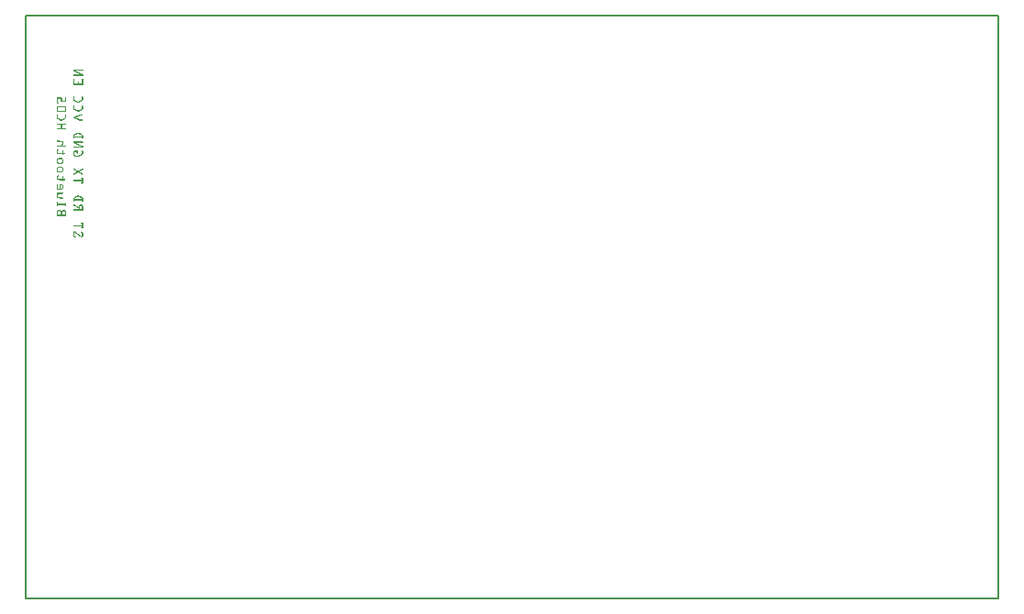
<source format=gbo>
G04 MADE WITH FRITZING*
G04 WWW.FRITZING.ORG*
G04 DOUBLE SIDED*
G04 HOLES PLATED*
G04 CONTOUR ON CENTER OF CONTOUR VECTOR*
%ASAXBY*%
%FSLAX23Y23*%
%MOIN*%
%OFA0B0*%
%SFA1.0B1.0*%
%ADD10R,3.543310X2.125980X3.527310X2.109980*%
%ADD11C,0.008000*%
%ADD12R,0.001000X0.001000*%
%LNSILK0*%
G90*
G70*
G54D11*
X4Y2122D02*
X3539Y2122D01*
X3539Y4D01*
X4Y4D01*
X4Y2122D01*
D02*
G54D12*
X179Y1926D02*
X212Y1926D01*
X179Y1925D02*
X213Y1925D01*
X179Y1924D02*
X213Y1924D01*
X179Y1923D02*
X212Y1923D01*
X179Y1922D02*
X187Y1922D01*
X179Y1921D02*
X188Y1921D01*
X180Y1920D02*
X191Y1920D01*
X182Y1919D02*
X193Y1919D01*
X185Y1918D02*
X195Y1918D01*
X187Y1917D02*
X197Y1917D01*
X189Y1916D02*
X200Y1916D01*
X192Y1915D02*
X202Y1915D01*
X194Y1914D02*
X204Y1914D01*
X196Y1913D02*
X207Y1913D01*
X198Y1912D02*
X209Y1912D01*
X201Y1911D02*
X211Y1911D01*
X203Y1910D02*
X213Y1910D01*
X205Y1909D02*
X213Y1909D01*
X179Y1908D02*
X213Y1908D01*
X179Y1907D02*
X213Y1907D01*
X179Y1906D02*
X213Y1906D01*
X179Y1905D02*
X213Y1905D01*
X179Y1893D02*
X182Y1893D01*
X210Y1893D02*
X212Y1893D01*
X179Y1892D02*
X182Y1892D01*
X209Y1892D02*
X213Y1892D01*
X179Y1891D02*
X182Y1891D01*
X209Y1891D02*
X213Y1891D01*
X179Y1890D02*
X182Y1890D01*
X209Y1890D02*
X213Y1890D01*
X179Y1889D02*
X182Y1889D01*
X209Y1889D02*
X213Y1889D01*
X179Y1888D02*
X182Y1888D01*
X209Y1888D02*
X213Y1888D01*
X179Y1887D02*
X182Y1887D01*
X209Y1887D02*
X213Y1887D01*
X179Y1886D02*
X182Y1886D01*
X209Y1886D02*
X213Y1886D01*
X179Y1885D02*
X182Y1885D01*
X209Y1885D02*
X213Y1885D01*
X179Y1884D02*
X182Y1884D01*
X194Y1884D02*
X197Y1884D01*
X209Y1884D02*
X213Y1884D01*
X179Y1883D02*
X182Y1883D01*
X194Y1883D02*
X197Y1883D01*
X209Y1883D02*
X213Y1883D01*
X179Y1882D02*
X182Y1882D01*
X194Y1882D02*
X198Y1882D01*
X209Y1882D02*
X213Y1882D01*
X179Y1881D02*
X182Y1881D01*
X194Y1881D02*
X198Y1881D01*
X209Y1881D02*
X213Y1881D01*
X179Y1880D02*
X182Y1880D01*
X194Y1880D02*
X198Y1880D01*
X209Y1880D02*
X213Y1880D01*
X179Y1879D02*
X182Y1879D01*
X194Y1879D02*
X198Y1879D01*
X209Y1879D02*
X213Y1879D01*
X179Y1878D02*
X182Y1878D01*
X194Y1878D02*
X198Y1878D01*
X209Y1878D02*
X213Y1878D01*
X179Y1877D02*
X182Y1877D01*
X194Y1877D02*
X198Y1877D01*
X209Y1877D02*
X213Y1877D01*
X179Y1876D02*
X213Y1876D01*
X179Y1875D02*
X213Y1875D01*
X179Y1874D02*
X213Y1874D01*
X179Y1873D02*
X213Y1873D01*
X179Y1872D02*
X213Y1872D01*
X180Y1828D02*
X181Y1828D01*
X210Y1828D02*
X212Y1828D01*
X179Y1827D02*
X182Y1827D01*
X209Y1827D02*
X213Y1827D01*
X179Y1826D02*
X182Y1826D01*
X209Y1826D02*
X213Y1826D01*
X120Y1825D02*
X134Y1825D01*
X148Y1825D02*
X150Y1825D01*
X179Y1825D02*
X182Y1825D01*
X209Y1825D02*
X213Y1825D01*
X119Y1824D02*
X135Y1824D01*
X147Y1824D02*
X151Y1824D01*
X179Y1824D02*
X182Y1824D01*
X209Y1824D02*
X213Y1824D01*
X118Y1823D02*
X135Y1823D01*
X147Y1823D02*
X151Y1823D01*
X179Y1823D02*
X182Y1823D01*
X209Y1823D02*
X213Y1823D01*
X118Y1822D02*
X136Y1822D01*
X147Y1822D02*
X151Y1822D01*
X179Y1822D02*
X182Y1822D01*
X209Y1822D02*
X213Y1822D01*
X118Y1821D02*
X121Y1821D01*
X132Y1821D02*
X136Y1821D01*
X147Y1821D02*
X151Y1821D01*
X179Y1821D02*
X182Y1821D01*
X209Y1821D02*
X213Y1821D01*
X118Y1820D02*
X121Y1820D01*
X132Y1820D02*
X136Y1820D01*
X147Y1820D02*
X151Y1820D01*
X179Y1820D02*
X182Y1820D01*
X209Y1820D02*
X213Y1820D01*
X118Y1819D02*
X121Y1819D01*
X132Y1819D02*
X136Y1819D01*
X147Y1819D02*
X151Y1819D01*
X179Y1819D02*
X182Y1819D01*
X209Y1819D02*
X213Y1819D01*
X118Y1818D02*
X121Y1818D01*
X132Y1818D02*
X136Y1818D01*
X147Y1818D02*
X151Y1818D01*
X179Y1818D02*
X182Y1818D01*
X209Y1818D02*
X213Y1818D01*
X118Y1817D02*
X121Y1817D01*
X132Y1817D02*
X136Y1817D01*
X147Y1817D02*
X151Y1817D01*
X179Y1817D02*
X183Y1817D01*
X209Y1817D02*
X213Y1817D01*
X118Y1816D02*
X121Y1816D01*
X132Y1816D02*
X136Y1816D01*
X147Y1816D02*
X151Y1816D01*
X179Y1816D02*
X183Y1816D01*
X208Y1816D02*
X212Y1816D01*
X118Y1815D02*
X121Y1815D01*
X132Y1815D02*
X136Y1815D01*
X147Y1815D02*
X151Y1815D01*
X179Y1815D02*
X185Y1815D01*
X206Y1815D02*
X212Y1815D01*
X118Y1814D02*
X121Y1814D01*
X132Y1814D02*
X136Y1814D01*
X147Y1814D02*
X151Y1814D01*
X180Y1814D02*
X187Y1814D01*
X204Y1814D02*
X212Y1814D01*
X118Y1813D02*
X121Y1813D01*
X132Y1813D02*
X136Y1813D01*
X147Y1813D02*
X151Y1813D01*
X181Y1813D02*
X189Y1813D01*
X202Y1813D02*
X211Y1813D01*
X118Y1812D02*
X121Y1812D01*
X132Y1812D02*
X151Y1812D01*
X182Y1812D02*
X191Y1812D01*
X200Y1812D02*
X209Y1812D01*
X118Y1811D02*
X121Y1811D01*
X132Y1811D02*
X151Y1811D01*
X184Y1811D02*
X194Y1811D01*
X198Y1811D02*
X207Y1811D01*
X118Y1810D02*
X121Y1810D01*
X132Y1810D02*
X151Y1810D01*
X186Y1810D02*
X205Y1810D01*
X118Y1809D02*
X122Y1809D01*
X132Y1809D02*
X151Y1809D01*
X188Y1809D02*
X203Y1809D01*
X118Y1808D02*
X122Y1808D01*
X190Y1808D02*
X201Y1808D01*
X119Y1807D02*
X123Y1807D01*
X192Y1807D02*
X199Y1807D01*
X119Y1806D02*
X123Y1806D01*
X120Y1805D02*
X123Y1805D01*
X179Y1795D02*
X182Y1795D01*
X210Y1795D02*
X212Y1795D01*
X121Y1794D02*
X148Y1794D01*
X179Y1794D02*
X182Y1794D01*
X209Y1794D02*
X213Y1794D01*
X119Y1793D02*
X149Y1793D01*
X179Y1793D02*
X182Y1793D01*
X209Y1793D02*
X213Y1793D01*
X118Y1792D02*
X150Y1792D01*
X179Y1792D02*
X182Y1792D01*
X209Y1792D02*
X213Y1792D01*
X118Y1791D02*
X151Y1791D01*
X179Y1791D02*
X182Y1791D01*
X209Y1791D02*
X213Y1791D01*
X118Y1790D02*
X151Y1790D01*
X179Y1790D02*
X182Y1790D01*
X209Y1790D02*
X213Y1790D01*
X118Y1789D02*
X121Y1789D01*
X147Y1789D02*
X151Y1789D01*
X179Y1789D02*
X182Y1789D01*
X209Y1789D02*
X213Y1789D01*
X118Y1788D02*
X121Y1788D01*
X147Y1788D02*
X151Y1788D01*
X179Y1788D02*
X182Y1788D01*
X209Y1788D02*
X213Y1788D01*
X118Y1787D02*
X121Y1787D01*
X147Y1787D02*
X151Y1787D01*
X179Y1787D02*
X182Y1787D01*
X209Y1787D02*
X213Y1787D01*
X118Y1786D02*
X121Y1786D01*
X147Y1786D02*
X151Y1786D01*
X179Y1786D02*
X182Y1786D01*
X209Y1786D02*
X213Y1786D01*
X118Y1785D02*
X121Y1785D01*
X147Y1785D02*
X151Y1785D01*
X179Y1785D02*
X182Y1785D01*
X209Y1785D02*
X213Y1785D01*
X118Y1784D02*
X121Y1784D01*
X147Y1784D02*
X151Y1784D01*
X179Y1784D02*
X183Y1784D01*
X209Y1784D02*
X213Y1784D01*
X118Y1783D02*
X121Y1783D01*
X147Y1783D02*
X151Y1783D01*
X179Y1783D02*
X184Y1783D01*
X207Y1783D02*
X212Y1783D01*
X118Y1782D02*
X121Y1782D01*
X147Y1782D02*
X151Y1782D01*
X180Y1782D02*
X186Y1782D01*
X205Y1782D02*
X212Y1782D01*
X118Y1781D02*
X121Y1781D01*
X147Y1781D02*
X151Y1781D01*
X180Y1781D02*
X188Y1781D01*
X203Y1781D02*
X211Y1781D01*
X118Y1780D02*
X121Y1780D01*
X147Y1780D02*
X151Y1780D01*
X181Y1780D02*
X190Y1780D01*
X202Y1780D02*
X210Y1780D01*
X118Y1779D02*
X121Y1779D01*
X147Y1779D02*
X151Y1779D01*
X183Y1779D02*
X192Y1779D01*
X200Y1779D02*
X209Y1779D01*
X118Y1778D02*
X121Y1778D01*
X147Y1778D02*
X151Y1778D01*
X185Y1778D02*
X207Y1778D01*
X118Y1777D02*
X121Y1777D01*
X147Y1777D02*
X151Y1777D01*
X187Y1777D02*
X205Y1777D01*
X118Y1776D02*
X151Y1776D01*
X189Y1776D02*
X203Y1776D01*
X118Y1775D02*
X150Y1775D01*
X191Y1775D02*
X201Y1775D01*
X119Y1774D02*
X150Y1774D01*
X193Y1774D02*
X198Y1774D01*
X120Y1773D02*
X148Y1773D01*
X203Y1763D02*
X211Y1763D01*
X118Y1762D02*
X120Y1762D01*
X148Y1762D02*
X150Y1762D01*
X200Y1762D02*
X212Y1762D01*
X118Y1761D02*
X121Y1761D01*
X147Y1761D02*
X151Y1761D01*
X198Y1761D02*
X213Y1761D01*
X118Y1760D02*
X121Y1760D01*
X147Y1760D02*
X151Y1760D01*
X195Y1760D02*
X213Y1760D01*
X118Y1759D02*
X121Y1759D01*
X147Y1759D02*
X151Y1759D01*
X193Y1759D02*
X212Y1759D01*
X118Y1758D02*
X121Y1758D01*
X147Y1758D02*
X151Y1758D01*
X190Y1758D02*
X202Y1758D01*
X118Y1757D02*
X121Y1757D01*
X147Y1757D02*
X151Y1757D01*
X187Y1757D02*
X199Y1757D01*
X118Y1756D02*
X121Y1756D01*
X147Y1756D02*
X151Y1756D01*
X185Y1756D02*
X196Y1756D01*
X118Y1755D02*
X121Y1755D01*
X147Y1755D02*
X151Y1755D01*
X182Y1755D02*
X194Y1755D01*
X118Y1754D02*
X121Y1754D01*
X147Y1754D02*
X151Y1754D01*
X180Y1754D02*
X191Y1754D01*
X118Y1753D02*
X121Y1753D01*
X147Y1753D02*
X151Y1753D01*
X179Y1753D02*
X189Y1753D01*
X118Y1752D02*
X121Y1752D01*
X147Y1752D02*
X151Y1752D01*
X179Y1752D02*
X187Y1752D01*
X118Y1751D02*
X122Y1751D01*
X147Y1751D02*
X151Y1751D01*
X179Y1751D02*
X189Y1751D01*
X118Y1750D02*
X123Y1750D01*
X145Y1750D02*
X150Y1750D01*
X180Y1750D02*
X191Y1750D01*
X119Y1749D02*
X125Y1749D01*
X143Y1749D02*
X150Y1749D01*
X182Y1749D02*
X194Y1749D01*
X119Y1748D02*
X127Y1748D01*
X141Y1748D02*
X149Y1748D01*
X185Y1748D02*
X197Y1748D01*
X121Y1747D02*
X129Y1747D01*
X139Y1747D02*
X148Y1747D01*
X187Y1747D02*
X199Y1747D01*
X122Y1746D02*
X131Y1746D01*
X137Y1746D02*
X146Y1746D01*
X190Y1746D02*
X202Y1746D01*
X124Y1745D02*
X144Y1745D01*
X193Y1745D02*
X212Y1745D01*
X126Y1744D02*
X142Y1744D01*
X195Y1744D02*
X213Y1744D01*
X128Y1743D02*
X140Y1743D01*
X198Y1743D02*
X213Y1743D01*
X130Y1742D02*
X138Y1742D01*
X200Y1742D02*
X212Y1742D01*
X203Y1741D02*
X211Y1741D01*
X119Y1731D02*
X149Y1731D01*
X118Y1730D02*
X150Y1730D01*
X118Y1729D02*
X151Y1729D01*
X118Y1728D02*
X150Y1728D01*
X119Y1727D02*
X149Y1727D01*
X132Y1726D02*
X136Y1726D01*
X132Y1725D02*
X136Y1725D01*
X132Y1724D02*
X136Y1724D01*
X132Y1723D02*
X136Y1723D01*
X132Y1722D02*
X136Y1722D01*
X132Y1721D02*
X136Y1721D01*
X132Y1720D02*
X136Y1720D01*
X132Y1719D02*
X136Y1719D01*
X132Y1718D02*
X136Y1718D01*
X132Y1717D02*
X136Y1717D01*
X132Y1716D02*
X136Y1716D01*
X132Y1715D02*
X136Y1715D01*
X132Y1714D02*
X136Y1714D01*
X118Y1713D02*
X150Y1713D01*
X118Y1712D02*
X151Y1712D01*
X118Y1711D02*
X151Y1711D01*
X119Y1710D02*
X150Y1710D01*
X192Y1697D02*
X199Y1697D01*
X190Y1696D02*
X201Y1696D01*
X188Y1695D02*
X203Y1695D01*
X186Y1694D02*
X205Y1694D01*
X184Y1693D02*
X194Y1693D01*
X198Y1693D02*
X207Y1693D01*
X182Y1692D02*
X191Y1692D01*
X200Y1692D02*
X209Y1692D01*
X181Y1691D02*
X189Y1691D01*
X202Y1691D02*
X211Y1691D01*
X180Y1690D02*
X187Y1690D01*
X204Y1690D02*
X211Y1690D01*
X179Y1689D02*
X185Y1689D01*
X206Y1689D02*
X212Y1689D01*
X179Y1688D02*
X184Y1688D01*
X208Y1688D02*
X212Y1688D01*
X179Y1687D02*
X183Y1687D01*
X209Y1687D02*
X213Y1687D01*
X179Y1686D02*
X182Y1686D01*
X209Y1686D02*
X213Y1686D01*
X179Y1685D02*
X182Y1685D01*
X209Y1685D02*
X213Y1685D01*
X179Y1684D02*
X213Y1684D01*
X179Y1683D02*
X213Y1683D01*
X179Y1682D02*
X213Y1682D01*
X179Y1681D02*
X213Y1681D01*
X179Y1680D02*
X213Y1680D01*
X179Y1679D02*
X182Y1679D01*
X209Y1679D02*
X213Y1679D01*
X179Y1678D02*
X182Y1678D01*
X209Y1678D02*
X213Y1678D01*
X179Y1677D02*
X182Y1677D01*
X209Y1677D02*
X213Y1677D01*
X180Y1676D02*
X181Y1676D01*
X210Y1676D02*
X212Y1676D01*
X119Y1668D02*
X127Y1668D01*
X118Y1667D02*
X138Y1667D01*
X118Y1666D02*
X139Y1666D01*
X118Y1665D02*
X140Y1665D01*
X179Y1665D02*
X211Y1665D01*
X119Y1664D02*
X141Y1664D01*
X179Y1664D02*
X212Y1664D01*
X137Y1663D02*
X141Y1663D01*
X179Y1663D02*
X213Y1663D01*
X138Y1662D02*
X141Y1662D01*
X179Y1662D02*
X213Y1662D01*
X138Y1661D02*
X141Y1661D01*
X179Y1661D02*
X212Y1661D01*
X138Y1660D02*
X141Y1660D01*
X179Y1660D02*
X187Y1660D01*
X138Y1659D02*
X141Y1659D01*
X179Y1659D02*
X189Y1659D01*
X138Y1658D02*
X141Y1658D01*
X181Y1658D02*
X192Y1658D01*
X137Y1657D02*
X141Y1657D01*
X183Y1657D02*
X194Y1657D01*
X137Y1656D02*
X141Y1656D01*
X186Y1656D02*
X196Y1656D01*
X136Y1655D02*
X140Y1655D01*
X188Y1655D02*
X198Y1655D01*
X135Y1654D02*
X140Y1654D01*
X190Y1654D02*
X201Y1654D01*
X135Y1653D02*
X139Y1653D01*
X193Y1653D02*
X203Y1653D01*
X134Y1652D02*
X138Y1652D01*
X195Y1652D02*
X205Y1652D01*
X133Y1651D02*
X138Y1651D01*
X197Y1651D02*
X208Y1651D01*
X118Y1650D02*
X150Y1650D01*
X199Y1650D02*
X210Y1650D01*
X118Y1649D02*
X151Y1649D01*
X202Y1649D02*
X212Y1649D01*
X118Y1648D02*
X151Y1648D01*
X204Y1648D02*
X213Y1648D01*
X119Y1647D02*
X150Y1647D01*
X180Y1647D02*
X213Y1647D01*
X179Y1646D02*
X213Y1646D01*
X179Y1645D02*
X213Y1645D01*
X179Y1644D02*
X213Y1644D01*
X180Y1643D02*
X213Y1643D01*
X121Y1636D02*
X124Y1636D01*
X120Y1635D02*
X125Y1635D01*
X119Y1634D02*
X125Y1634D01*
X139Y1634D02*
X141Y1634D01*
X118Y1633D02*
X124Y1633D01*
X138Y1633D02*
X141Y1633D01*
X118Y1632D02*
X122Y1632D01*
X138Y1632D02*
X141Y1632D01*
X183Y1632D02*
X194Y1632D01*
X210Y1632D02*
X212Y1632D01*
X118Y1631D02*
X121Y1631D01*
X138Y1631D02*
X141Y1631D01*
X181Y1631D02*
X194Y1631D01*
X209Y1631D02*
X213Y1631D01*
X118Y1630D02*
X121Y1630D01*
X138Y1630D02*
X141Y1630D01*
X180Y1630D02*
X194Y1630D01*
X209Y1630D02*
X213Y1630D01*
X118Y1629D02*
X121Y1629D01*
X138Y1629D02*
X141Y1629D01*
X180Y1629D02*
X194Y1629D01*
X209Y1629D02*
X213Y1629D01*
X118Y1628D02*
X121Y1628D01*
X138Y1628D02*
X141Y1628D01*
X179Y1628D02*
X194Y1628D01*
X209Y1628D02*
X213Y1628D01*
X118Y1627D02*
X121Y1627D01*
X138Y1627D02*
X141Y1627D01*
X179Y1627D02*
X183Y1627D01*
X190Y1627D02*
X194Y1627D01*
X209Y1627D02*
X213Y1627D01*
X118Y1626D02*
X121Y1626D01*
X138Y1626D02*
X141Y1626D01*
X179Y1626D02*
X182Y1626D01*
X190Y1626D02*
X194Y1626D01*
X209Y1626D02*
X213Y1626D01*
X118Y1625D02*
X121Y1625D01*
X138Y1625D02*
X141Y1625D01*
X179Y1625D02*
X182Y1625D01*
X190Y1625D02*
X194Y1625D01*
X209Y1625D02*
X213Y1625D01*
X118Y1624D02*
X122Y1624D01*
X138Y1624D02*
X142Y1624D01*
X179Y1624D02*
X182Y1624D01*
X190Y1624D02*
X194Y1624D01*
X209Y1624D02*
X213Y1624D01*
X118Y1623D02*
X148Y1623D01*
X179Y1623D02*
X182Y1623D01*
X190Y1623D02*
X194Y1623D01*
X209Y1623D02*
X213Y1623D01*
X119Y1622D02*
X149Y1622D01*
X179Y1622D02*
X182Y1622D01*
X191Y1622D02*
X193Y1622D01*
X209Y1622D02*
X213Y1622D01*
X120Y1621D02*
X149Y1621D01*
X179Y1621D02*
X182Y1621D01*
X207Y1621D02*
X212Y1621D01*
X122Y1620D02*
X148Y1620D01*
X179Y1620D02*
X182Y1620D01*
X206Y1620D02*
X212Y1620D01*
X138Y1619D02*
X142Y1619D01*
X179Y1619D02*
X182Y1619D01*
X205Y1619D02*
X211Y1619D01*
X138Y1618D02*
X141Y1618D01*
X179Y1618D02*
X182Y1618D01*
X204Y1618D02*
X210Y1618D01*
X138Y1617D02*
X141Y1617D01*
X179Y1617D02*
X182Y1617D01*
X202Y1617D02*
X209Y1617D01*
X138Y1616D02*
X141Y1616D01*
X179Y1616D02*
X182Y1616D01*
X201Y1616D02*
X207Y1616D01*
X179Y1615D02*
X183Y1615D01*
X199Y1615D02*
X206Y1615D01*
X179Y1614D02*
X205Y1614D01*
X180Y1613D02*
X204Y1613D01*
X181Y1612D02*
X202Y1612D01*
X182Y1611D02*
X201Y1611D01*
X124Y1605D02*
X136Y1605D01*
X122Y1604D02*
X137Y1604D01*
X121Y1603D02*
X139Y1603D01*
X120Y1602D02*
X139Y1602D01*
X119Y1601D02*
X140Y1601D01*
X118Y1600D02*
X123Y1600D01*
X136Y1600D02*
X141Y1600D01*
X118Y1599D02*
X122Y1599D01*
X137Y1599D02*
X141Y1599D01*
X118Y1598D02*
X121Y1598D01*
X138Y1598D02*
X141Y1598D01*
X118Y1597D02*
X121Y1597D01*
X138Y1597D02*
X141Y1597D01*
X118Y1596D02*
X121Y1596D01*
X138Y1596D02*
X141Y1596D01*
X118Y1595D02*
X121Y1595D01*
X138Y1595D02*
X141Y1595D01*
X118Y1594D02*
X121Y1594D01*
X138Y1594D02*
X141Y1594D01*
X118Y1593D02*
X121Y1593D01*
X138Y1593D02*
X141Y1593D01*
X118Y1592D02*
X121Y1592D01*
X138Y1592D02*
X141Y1592D01*
X118Y1591D02*
X121Y1591D01*
X138Y1591D02*
X141Y1591D01*
X118Y1590D02*
X122Y1590D01*
X137Y1590D02*
X141Y1590D01*
X118Y1589D02*
X123Y1589D01*
X136Y1589D02*
X141Y1589D01*
X119Y1588D02*
X125Y1588D01*
X134Y1588D02*
X140Y1588D01*
X120Y1587D02*
X139Y1587D01*
X120Y1586D02*
X139Y1586D01*
X121Y1585D02*
X137Y1585D01*
X123Y1584D02*
X136Y1584D01*
X122Y1573D02*
X137Y1573D01*
X121Y1572D02*
X138Y1572D01*
X120Y1571D02*
X139Y1571D01*
X119Y1570D02*
X140Y1570D01*
X119Y1569D02*
X123Y1569D01*
X136Y1569D02*
X141Y1569D01*
X118Y1568D02*
X122Y1568D01*
X137Y1568D02*
X141Y1568D01*
X118Y1567D02*
X122Y1567D01*
X138Y1567D02*
X141Y1567D01*
X118Y1566D02*
X121Y1566D01*
X138Y1566D02*
X141Y1566D01*
X179Y1566D02*
X182Y1566D01*
X209Y1566D02*
X212Y1566D01*
X118Y1565D02*
X121Y1565D01*
X138Y1565D02*
X141Y1565D01*
X179Y1565D02*
X184Y1565D01*
X207Y1565D02*
X213Y1565D01*
X118Y1564D02*
X121Y1564D01*
X138Y1564D02*
X141Y1564D01*
X179Y1564D02*
X186Y1564D01*
X206Y1564D02*
X213Y1564D01*
X118Y1563D02*
X121Y1563D01*
X138Y1563D02*
X141Y1563D01*
X180Y1563D02*
X187Y1563D01*
X204Y1563D02*
X212Y1563D01*
X118Y1562D02*
X121Y1562D01*
X138Y1562D02*
X141Y1562D01*
X181Y1562D02*
X189Y1562D01*
X202Y1562D02*
X210Y1562D01*
X118Y1561D02*
X121Y1561D01*
X138Y1561D02*
X141Y1561D01*
X183Y1561D02*
X191Y1561D01*
X201Y1561D02*
X209Y1561D01*
X118Y1560D02*
X121Y1560D01*
X138Y1560D02*
X141Y1560D01*
X185Y1560D02*
X193Y1560D01*
X199Y1560D02*
X207Y1560D01*
X118Y1559D02*
X121Y1559D01*
X138Y1559D02*
X141Y1559D01*
X186Y1559D02*
X194Y1559D01*
X197Y1559D02*
X205Y1559D01*
X118Y1558D02*
X122Y1558D01*
X137Y1558D02*
X141Y1558D01*
X188Y1558D02*
X203Y1558D01*
X119Y1557D02*
X123Y1557D01*
X136Y1557D02*
X141Y1557D01*
X190Y1557D02*
X202Y1557D01*
X119Y1556D02*
X140Y1556D01*
X191Y1556D02*
X200Y1556D01*
X120Y1555D02*
X139Y1555D01*
X190Y1555D02*
X201Y1555D01*
X121Y1554D02*
X138Y1554D01*
X189Y1554D02*
X203Y1554D01*
X122Y1553D02*
X137Y1553D01*
X187Y1553D02*
X195Y1553D01*
X197Y1553D02*
X205Y1553D01*
X185Y1552D02*
X193Y1552D01*
X198Y1552D02*
X206Y1552D01*
X183Y1551D02*
X191Y1551D01*
X200Y1551D02*
X208Y1551D01*
X182Y1550D02*
X190Y1550D01*
X202Y1550D02*
X210Y1550D01*
X180Y1549D02*
X188Y1549D01*
X203Y1549D02*
X211Y1549D01*
X179Y1548D02*
X186Y1548D01*
X205Y1548D02*
X212Y1548D01*
X179Y1547D02*
X185Y1547D01*
X207Y1547D02*
X213Y1547D01*
X179Y1546D02*
X183Y1546D01*
X209Y1546D02*
X213Y1546D01*
X180Y1545D02*
X181Y1545D01*
X210Y1545D02*
X212Y1545D01*
X122Y1542D02*
X124Y1542D01*
X120Y1541D02*
X125Y1541D01*
X119Y1540D02*
X125Y1540D01*
X140Y1540D02*
X140Y1540D01*
X119Y1539D02*
X124Y1539D01*
X138Y1539D02*
X141Y1539D01*
X118Y1538D02*
X123Y1538D01*
X138Y1538D02*
X141Y1538D01*
X118Y1537D02*
X121Y1537D01*
X138Y1537D02*
X141Y1537D01*
X118Y1536D02*
X121Y1536D01*
X138Y1536D02*
X141Y1536D01*
X118Y1535D02*
X121Y1535D01*
X138Y1535D02*
X141Y1535D01*
X118Y1534D02*
X121Y1534D01*
X138Y1534D02*
X141Y1534D01*
X207Y1534D02*
X213Y1534D01*
X118Y1533D02*
X121Y1533D01*
X138Y1533D02*
X141Y1533D01*
X206Y1533D02*
X213Y1533D01*
X118Y1532D02*
X121Y1532D01*
X138Y1532D02*
X141Y1532D01*
X205Y1532D02*
X213Y1532D01*
X118Y1531D02*
X121Y1531D01*
X138Y1531D02*
X141Y1531D01*
X206Y1531D02*
X213Y1531D01*
X118Y1530D02*
X122Y1530D01*
X138Y1530D02*
X141Y1530D01*
X207Y1530D02*
X213Y1530D01*
X118Y1529D02*
X148Y1529D01*
X209Y1529D02*
X213Y1529D01*
X119Y1528D02*
X149Y1528D01*
X209Y1528D02*
X213Y1528D01*
X120Y1527D02*
X149Y1527D01*
X209Y1527D02*
X213Y1527D01*
X121Y1526D02*
X149Y1526D01*
X209Y1526D02*
X213Y1526D01*
X124Y1525D02*
X147Y1525D01*
X180Y1525D02*
X213Y1525D01*
X138Y1524D02*
X141Y1524D01*
X179Y1524D02*
X213Y1524D01*
X138Y1523D02*
X141Y1523D01*
X179Y1523D02*
X213Y1523D01*
X138Y1522D02*
X141Y1522D01*
X179Y1522D02*
X213Y1522D01*
X139Y1521D02*
X140Y1521D01*
X180Y1521D02*
X213Y1521D01*
X209Y1520D02*
X213Y1520D01*
X209Y1519D02*
X213Y1519D01*
X209Y1518D02*
X213Y1518D01*
X209Y1517D02*
X213Y1517D01*
X206Y1516D02*
X213Y1516D01*
X206Y1515D02*
X213Y1515D01*
X205Y1514D02*
X213Y1514D01*
X206Y1513D02*
X213Y1513D01*
X208Y1512D02*
X212Y1512D01*
X118Y1510D02*
X121Y1510D01*
X127Y1510D02*
X137Y1510D01*
X118Y1509D02*
X121Y1509D01*
X127Y1509D02*
X138Y1509D01*
X118Y1508D02*
X121Y1508D01*
X127Y1508D02*
X139Y1508D01*
X118Y1507D02*
X121Y1507D01*
X127Y1507D02*
X140Y1507D01*
X118Y1506D02*
X121Y1506D01*
X127Y1506D02*
X130Y1506D01*
X136Y1506D02*
X141Y1506D01*
X118Y1505D02*
X121Y1505D01*
X127Y1505D02*
X130Y1505D01*
X137Y1505D02*
X141Y1505D01*
X118Y1504D02*
X121Y1504D01*
X127Y1504D02*
X130Y1504D01*
X138Y1504D02*
X141Y1504D01*
X118Y1503D02*
X121Y1503D01*
X127Y1503D02*
X130Y1503D01*
X138Y1503D02*
X141Y1503D01*
X118Y1502D02*
X121Y1502D01*
X127Y1502D02*
X130Y1502D01*
X138Y1502D02*
X141Y1502D01*
X118Y1501D02*
X121Y1501D01*
X127Y1501D02*
X130Y1501D01*
X138Y1501D02*
X141Y1501D01*
X118Y1500D02*
X121Y1500D01*
X127Y1500D02*
X130Y1500D01*
X138Y1500D02*
X141Y1500D01*
X118Y1499D02*
X121Y1499D01*
X127Y1499D02*
X130Y1499D01*
X138Y1499D02*
X141Y1499D01*
X118Y1498D02*
X121Y1498D01*
X127Y1498D02*
X130Y1498D01*
X138Y1498D02*
X141Y1498D01*
X118Y1497D02*
X121Y1497D01*
X127Y1497D02*
X130Y1497D01*
X138Y1497D02*
X141Y1497D01*
X118Y1496D02*
X121Y1496D01*
X127Y1496D02*
X130Y1496D01*
X138Y1496D02*
X141Y1496D01*
X118Y1495D02*
X122Y1495D01*
X127Y1495D02*
X130Y1495D01*
X137Y1495D02*
X141Y1495D01*
X118Y1494D02*
X123Y1494D01*
X127Y1494D02*
X130Y1494D01*
X136Y1494D02*
X140Y1494D01*
X119Y1493D02*
X140Y1493D01*
X120Y1492D02*
X139Y1492D01*
X121Y1491D02*
X138Y1491D01*
X122Y1490D02*
X137Y1490D01*
X119Y1479D02*
X140Y1479D01*
X118Y1478D02*
X141Y1478D01*
X118Y1477D02*
X141Y1477D01*
X118Y1476D02*
X141Y1476D01*
X120Y1475D02*
X139Y1475D01*
X121Y1474D02*
X125Y1474D01*
X120Y1473D02*
X124Y1473D01*
X119Y1472D02*
X124Y1472D01*
X119Y1471D02*
X123Y1471D01*
X118Y1470D02*
X122Y1470D01*
X118Y1469D02*
X122Y1469D01*
X118Y1468D02*
X121Y1468D01*
X192Y1468D02*
X199Y1468D01*
X118Y1467D02*
X121Y1467D01*
X190Y1467D02*
X202Y1467D01*
X118Y1466D02*
X121Y1466D01*
X188Y1466D02*
X204Y1466D01*
X118Y1465D02*
X121Y1465D01*
X186Y1465D02*
X206Y1465D01*
X118Y1464D02*
X121Y1464D01*
X184Y1464D02*
X193Y1464D01*
X198Y1464D02*
X208Y1464D01*
X118Y1463D02*
X122Y1463D01*
X182Y1463D02*
X191Y1463D01*
X200Y1463D02*
X209Y1463D01*
X118Y1462D02*
X139Y1462D01*
X181Y1462D02*
X189Y1462D01*
X202Y1462D02*
X211Y1462D01*
X119Y1461D02*
X141Y1461D01*
X180Y1461D02*
X187Y1461D01*
X204Y1461D02*
X212Y1461D01*
X120Y1460D02*
X141Y1460D01*
X179Y1460D02*
X185Y1460D01*
X206Y1460D02*
X212Y1460D01*
X121Y1459D02*
X141Y1459D01*
X179Y1459D02*
X183Y1459D01*
X208Y1459D02*
X212Y1459D01*
X129Y1458D02*
X140Y1458D01*
X179Y1458D02*
X182Y1458D01*
X209Y1458D02*
X213Y1458D01*
X179Y1457D02*
X182Y1457D01*
X209Y1457D02*
X213Y1457D01*
X179Y1456D02*
X182Y1456D01*
X209Y1456D02*
X213Y1456D01*
X179Y1455D02*
X213Y1455D01*
X179Y1454D02*
X213Y1454D01*
X179Y1453D02*
X213Y1453D01*
X179Y1452D02*
X213Y1452D01*
X179Y1451D02*
X183Y1451D01*
X209Y1451D02*
X213Y1451D01*
X179Y1450D02*
X182Y1450D01*
X209Y1450D02*
X213Y1450D01*
X179Y1449D02*
X182Y1449D01*
X209Y1449D02*
X213Y1449D01*
X179Y1448D02*
X182Y1448D01*
X209Y1448D02*
X213Y1448D01*
X180Y1447D02*
X181Y1447D01*
X210Y1447D02*
X212Y1447D01*
X118Y1445D02*
X120Y1445D01*
X118Y1444D02*
X121Y1444D01*
X118Y1443D02*
X121Y1443D01*
X118Y1442D02*
X121Y1442D01*
X118Y1441D02*
X121Y1441D01*
X118Y1440D02*
X121Y1440D01*
X118Y1439D02*
X149Y1439D01*
X118Y1438D02*
X150Y1438D01*
X118Y1437D02*
X151Y1437D01*
X118Y1436D02*
X151Y1436D01*
X180Y1436D02*
X181Y1436D01*
X203Y1436D02*
X208Y1436D01*
X118Y1435D02*
X151Y1435D01*
X179Y1435D02*
X183Y1435D01*
X201Y1435D02*
X210Y1435D01*
X118Y1434D02*
X121Y1434D01*
X147Y1434D02*
X151Y1434D01*
X179Y1434D02*
X184Y1434D01*
X200Y1434D02*
X211Y1434D01*
X118Y1433D02*
X121Y1433D01*
X147Y1433D02*
X151Y1433D01*
X179Y1433D02*
X186Y1433D01*
X199Y1433D02*
X212Y1433D01*
X118Y1432D02*
X121Y1432D01*
X147Y1432D02*
X151Y1432D01*
X180Y1432D02*
X188Y1432D01*
X198Y1432D02*
X212Y1432D01*
X118Y1431D02*
X121Y1431D01*
X147Y1431D02*
X151Y1431D01*
X182Y1431D02*
X190Y1431D01*
X198Y1431D02*
X202Y1431D01*
X209Y1431D02*
X213Y1431D01*
X118Y1430D02*
X121Y1430D01*
X147Y1430D02*
X151Y1430D01*
X183Y1430D02*
X191Y1430D01*
X198Y1430D02*
X201Y1430D01*
X209Y1430D02*
X213Y1430D01*
X118Y1429D02*
X120Y1429D01*
X148Y1429D02*
X150Y1429D01*
X185Y1429D02*
X193Y1429D01*
X198Y1429D02*
X201Y1429D01*
X209Y1429D02*
X213Y1429D01*
X187Y1428D02*
X195Y1428D01*
X198Y1428D02*
X201Y1428D01*
X209Y1428D02*
X213Y1428D01*
X188Y1427D02*
X201Y1427D01*
X209Y1427D02*
X213Y1427D01*
X190Y1426D02*
X201Y1426D01*
X209Y1426D02*
X213Y1426D01*
X192Y1425D02*
X201Y1425D01*
X209Y1425D02*
X213Y1425D01*
X194Y1424D02*
X201Y1424D01*
X209Y1424D02*
X213Y1424D01*
X195Y1423D02*
X201Y1423D01*
X209Y1423D02*
X213Y1423D01*
X197Y1422D02*
X201Y1422D01*
X209Y1422D02*
X213Y1422D01*
X198Y1421D02*
X201Y1421D01*
X209Y1421D02*
X213Y1421D01*
X198Y1420D02*
X201Y1420D01*
X209Y1420D02*
X213Y1420D01*
X198Y1419D02*
X201Y1419D01*
X209Y1419D02*
X213Y1419D01*
X180Y1418D02*
X213Y1418D01*
X179Y1417D02*
X213Y1417D01*
X124Y1416D02*
X130Y1416D01*
X139Y1416D02*
X145Y1416D01*
X179Y1416D02*
X213Y1416D01*
X122Y1415D02*
X132Y1415D01*
X137Y1415D02*
X147Y1415D01*
X179Y1415D02*
X213Y1415D01*
X120Y1414D02*
X133Y1414D01*
X135Y1414D02*
X148Y1414D01*
X180Y1414D02*
X212Y1414D01*
X120Y1413D02*
X149Y1413D01*
X119Y1412D02*
X125Y1412D01*
X128Y1412D02*
X140Y1412D01*
X143Y1412D02*
X150Y1412D01*
X118Y1411D02*
X123Y1411D01*
X131Y1411D02*
X138Y1411D01*
X146Y1411D02*
X150Y1411D01*
X118Y1410D02*
X122Y1410D01*
X132Y1410D02*
X137Y1410D01*
X147Y1410D02*
X150Y1410D01*
X118Y1409D02*
X121Y1409D01*
X132Y1409D02*
X136Y1409D01*
X147Y1409D02*
X151Y1409D01*
X118Y1408D02*
X121Y1408D01*
X132Y1408D02*
X136Y1408D01*
X147Y1408D02*
X151Y1408D01*
X118Y1407D02*
X121Y1407D01*
X132Y1407D02*
X136Y1407D01*
X147Y1407D02*
X151Y1407D01*
X118Y1406D02*
X121Y1406D01*
X132Y1406D02*
X136Y1406D01*
X147Y1406D02*
X151Y1406D01*
X118Y1405D02*
X121Y1405D01*
X132Y1405D02*
X136Y1405D01*
X147Y1405D02*
X151Y1405D01*
X118Y1404D02*
X121Y1404D01*
X132Y1404D02*
X136Y1404D01*
X147Y1404D02*
X151Y1404D01*
X118Y1403D02*
X121Y1403D01*
X132Y1403D02*
X136Y1403D01*
X147Y1403D02*
X151Y1403D01*
X118Y1402D02*
X121Y1402D01*
X132Y1402D02*
X136Y1402D01*
X147Y1402D02*
X151Y1402D01*
X118Y1401D02*
X121Y1401D01*
X132Y1401D02*
X136Y1401D01*
X147Y1401D02*
X151Y1401D01*
X118Y1400D02*
X121Y1400D01*
X132Y1400D02*
X136Y1400D01*
X147Y1400D02*
X151Y1400D01*
X118Y1399D02*
X151Y1399D01*
X118Y1398D02*
X151Y1398D01*
X118Y1397D02*
X151Y1397D01*
X118Y1396D02*
X151Y1396D01*
X118Y1395D02*
X151Y1395D01*
X206Y1370D02*
X213Y1370D01*
X205Y1369D02*
X213Y1369D01*
X206Y1368D02*
X213Y1368D01*
X206Y1367D02*
X213Y1367D01*
X209Y1366D02*
X213Y1366D01*
X209Y1365D02*
X213Y1365D01*
X209Y1364D02*
X213Y1364D01*
X209Y1363D02*
X213Y1363D01*
X209Y1362D02*
X213Y1362D01*
X179Y1361D02*
X213Y1361D01*
X179Y1360D02*
X213Y1360D01*
X179Y1359D02*
X213Y1359D01*
X180Y1358D02*
X213Y1358D01*
X209Y1357D02*
X213Y1357D01*
X209Y1356D02*
X213Y1356D01*
X209Y1355D02*
X213Y1355D01*
X209Y1354D02*
X213Y1354D01*
X207Y1353D02*
X213Y1353D01*
X206Y1352D02*
X213Y1352D01*
X205Y1351D02*
X213Y1351D01*
X206Y1350D02*
X213Y1350D01*
X206Y1349D02*
X213Y1349D01*
X183Y1338D02*
X184Y1338D01*
X207Y1338D02*
X208Y1338D01*
X181Y1337D02*
X186Y1337D01*
X206Y1337D02*
X210Y1337D01*
X180Y1336D02*
X187Y1336D01*
X205Y1336D02*
X211Y1336D01*
X179Y1335D02*
X189Y1335D01*
X206Y1335D02*
X212Y1335D01*
X179Y1334D02*
X190Y1334D01*
X207Y1334D02*
X212Y1334D01*
X179Y1333D02*
X182Y1333D01*
X185Y1333D02*
X191Y1333D01*
X209Y1333D02*
X213Y1333D01*
X179Y1332D02*
X182Y1332D01*
X186Y1332D02*
X192Y1332D01*
X209Y1332D02*
X213Y1332D01*
X179Y1331D02*
X182Y1331D01*
X187Y1331D02*
X194Y1331D01*
X209Y1331D02*
X213Y1331D01*
X179Y1330D02*
X182Y1330D01*
X189Y1330D02*
X195Y1330D01*
X209Y1330D02*
X213Y1330D01*
X179Y1329D02*
X182Y1329D01*
X190Y1329D02*
X196Y1329D01*
X209Y1329D02*
X213Y1329D01*
X179Y1328D02*
X182Y1328D01*
X191Y1328D02*
X198Y1328D01*
X209Y1328D02*
X213Y1328D01*
X179Y1327D02*
X182Y1327D01*
X192Y1327D02*
X199Y1327D01*
X209Y1327D02*
X213Y1327D01*
X179Y1326D02*
X182Y1326D01*
X194Y1326D02*
X200Y1326D01*
X209Y1326D02*
X213Y1326D01*
X179Y1325D02*
X182Y1325D01*
X195Y1325D02*
X201Y1325D01*
X209Y1325D02*
X213Y1325D01*
X179Y1324D02*
X182Y1324D01*
X196Y1324D02*
X203Y1324D01*
X209Y1324D02*
X213Y1324D01*
X179Y1323D02*
X182Y1323D01*
X198Y1323D02*
X204Y1323D01*
X209Y1323D02*
X213Y1323D01*
X179Y1322D02*
X182Y1322D01*
X199Y1322D02*
X205Y1322D01*
X209Y1322D02*
X213Y1322D01*
X179Y1321D02*
X183Y1321D01*
X200Y1321D02*
X207Y1321D01*
X209Y1321D02*
X213Y1321D01*
X179Y1320D02*
X185Y1320D01*
X201Y1320D02*
X213Y1320D01*
X180Y1319D02*
X186Y1319D01*
X203Y1319D02*
X212Y1319D01*
X180Y1318D02*
X186Y1318D01*
X204Y1318D02*
X212Y1318D01*
X181Y1317D02*
X186Y1317D01*
X205Y1317D02*
X211Y1317D01*
X183Y1316D02*
X185Y1316D01*
X207Y1316D02*
X209Y1316D01*
D02*
G04 End of Silk0*
M02*
</source>
